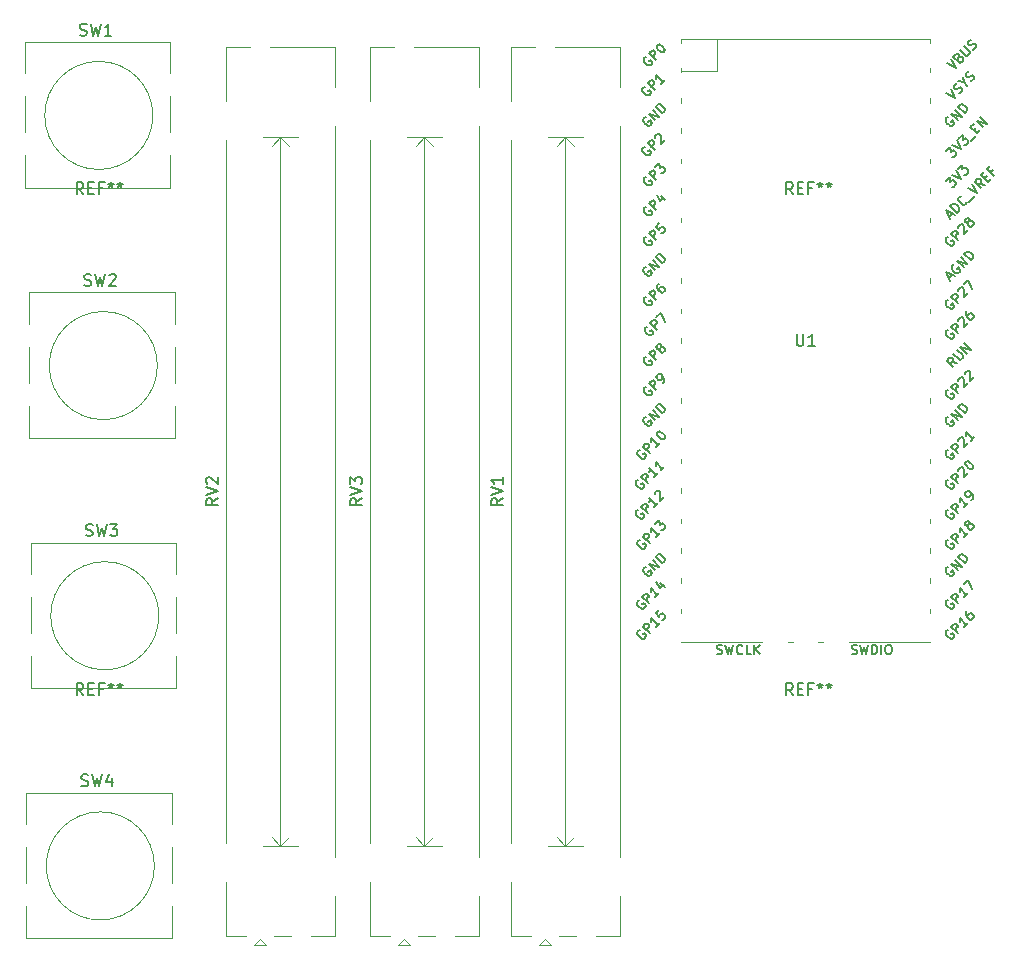
<source format=gto>
%TF.GenerationSoftware,KiCad,Pcbnew,(6.0.0)*%
%TF.CreationDate,2023-01-12T10:54:33-06:00*%
%TF.ProjectId,deej,6465656a-2e6b-4696-9361-645f70636258,rev?*%
%TF.SameCoordinates,Original*%
%TF.FileFunction,Legend,Top*%
%TF.FilePolarity,Positive*%
%FSLAX46Y46*%
G04 Gerber Fmt 4.6, Leading zero omitted, Abs format (unit mm)*
G04 Created by KiCad (PCBNEW (6.0.0)) date 2023-01-12 10:54:33*
%MOMM*%
%LPD*%
G01*
G04 APERTURE LIST*
%ADD10C,0.150000*%
%ADD11C,0.120000*%
%ADD12C,3.200000*%
%ADD13O,3.048000X1.850000*%
%ADD14R,1.750000X1.750000*%
%ADD15C,1.750000*%
%ADD16C,2.700000*%
%ADD17O,1.800000X1.800000*%
%ADD18O,1.500000X1.500000*%
%ADD19O,1.700000X1.700000*%
%ADD20R,3.500000X1.700000*%
%ADD21R,1.700000X1.700000*%
%ADD22R,1.700000X3.500000*%
G04 APERTURE END LIST*
D10*
%TO.C,REF\u002A\u002A*%
X153860666Y-93534380D02*
X153527333Y-93058190D01*
X153289238Y-93534380D02*
X153289238Y-92534380D01*
X153670190Y-92534380D01*
X153765428Y-92582000D01*
X153813047Y-92629619D01*
X153860666Y-92724857D01*
X153860666Y-92867714D01*
X153813047Y-92962952D01*
X153765428Y-93010571D01*
X153670190Y-93058190D01*
X153289238Y-93058190D01*
X154289238Y-93010571D02*
X154622571Y-93010571D01*
X154765428Y-93534380D02*
X154289238Y-93534380D01*
X154289238Y-92534380D01*
X154765428Y-92534380D01*
X155527333Y-93010571D02*
X155194000Y-93010571D01*
X155194000Y-93534380D02*
X155194000Y-92534380D01*
X155670190Y-92534380D01*
X156194000Y-92534380D02*
X156194000Y-92772476D01*
X155955904Y-92677238D02*
X156194000Y-92772476D01*
X156432095Y-92677238D01*
X156051142Y-92962952D02*
X156194000Y-92772476D01*
X156336857Y-92962952D01*
X156955904Y-92534380D02*
X156955904Y-92772476D01*
X156717809Y-92677238D02*
X156955904Y-92772476D01*
X157194000Y-92677238D01*
X156813047Y-92962952D02*
X156955904Y-92772476D01*
X157098761Y-92962952D01*
X153860666Y-51116380D02*
X153527333Y-50640190D01*
X153289238Y-51116380D02*
X153289238Y-50116380D01*
X153670190Y-50116380D01*
X153765428Y-50164000D01*
X153813047Y-50211619D01*
X153860666Y-50306857D01*
X153860666Y-50449714D01*
X153813047Y-50544952D01*
X153765428Y-50592571D01*
X153670190Y-50640190D01*
X153289238Y-50640190D01*
X154289238Y-50592571D02*
X154622571Y-50592571D01*
X154765428Y-51116380D02*
X154289238Y-51116380D01*
X154289238Y-50116380D01*
X154765428Y-50116380D01*
X155527333Y-50592571D02*
X155194000Y-50592571D01*
X155194000Y-51116380D02*
X155194000Y-50116380D01*
X155670190Y-50116380D01*
X156194000Y-50116380D02*
X156194000Y-50354476D01*
X155955904Y-50259238D02*
X156194000Y-50354476D01*
X156432095Y-50259238D01*
X156051142Y-50544952D02*
X156194000Y-50354476D01*
X156336857Y-50544952D01*
X156955904Y-50116380D02*
X156955904Y-50354476D01*
X156717809Y-50259238D02*
X156955904Y-50354476D01*
X157194000Y-50259238D01*
X156813047Y-50544952D02*
X156955904Y-50354476D01*
X157098761Y-50544952D01*
X93789666Y-93534380D02*
X93456333Y-93058190D01*
X93218238Y-93534380D02*
X93218238Y-92534380D01*
X93599190Y-92534380D01*
X93694428Y-92582000D01*
X93742047Y-92629619D01*
X93789666Y-92724857D01*
X93789666Y-92867714D01*
X93742047Y-92962952D01*
X93694428Y-93010571D01*
X93599190Y-93058190D01*
X93218238Y-93058190D01*
X94218238Y-93010571D02*
X94551571Y-93010571D01*
X94694428Y-93534380D02*
X94218238Y-93534380D01*
X94218238Y-92534380D01*
X94694428Y-92534380D01*
X95456333Y-93010571D02*
X95123000Y-93010571D01*
X95123000Y-93534380D02*
X95123000Y-92534380D01*
X95599190Y-92534380D01*
X96123000Y-92534380D02*
X96123000Y-92772476D01*
X95884904Y-92677238D02*
X96123000Y-92772476D01*
X96361095Y-92677238D01*
X95980142Y-92962952D02*
X96123000Y-92772476D01*
X96265857Y-92962952D01*
X96884904Y-92534380D02*
X96884904Y-92772476D01*
X96646809Y-92677238D02*
X96884904Y-92772476D01*
X97123000Y-92677238D01*
X96742047Y-92962952D02*
X96884904Y-92772476D01*
X97027761Y-92962952D01*
X93789666Y-51116380D02*
X93456333Y-50640190D01*
X93218238Y-51116380D02*
X93218238Y-50116380D01*
X93599190Y-50116380D01*
X93694428Y-50164000D01*
X93742047Y-50211619D01*
X93789666Y-50306857D01*
X93789666Y-50449714D01*
X93742047Y-50544952D01*
X93694428Y-50592571D01*
X93599190Y-50640190D01*
X93218238Y-50640190D01*
X94218238Y-50592571D02*
X94551571Y-50592571D01*
X94694428Y-51116380D02*
X94218238Y-51116380D01*
X94218238Y-50116380D01*
X94694428Y-50116380D01*
X95456333Y-50592571D02*
X95123000Y-50592571D01*
X95123000Y-51116380D02*
X95123000Y-50116380D01*
X95599190Y-50116380D01*
X96123000Y-50116380D02*
X96123000Y-50354476D01*
X95884904Y-50259238D02*
X96123000Y-50354476D01*
X96361095Y-50259238D01*
X95980142Y-50544952D02*
X96123000Y-50354476D01*
X96265857Y-50544952D01*
X96884904Y-50116380D02*
X96884904Y-50354476D01*
X96646809Y-50259238D02*
X96884904Y-50354476D01*
X97123000Y-50259238D01*
X96742047Y-50544952D02*
X96884904Y-50354476D01*
X97027761Y-50544952D01*
%TO.C,SW2*%
X93883666Y-58834761D02*
X94026523Y-58882380D01*
X94264619Y-58882380D01*
X94359857Y-58834761D01*
X94407476Y-58787142D01*
X94455095Y-58691904D01*
X94455095Y-58596666D01*
X94407476Y-58501428D01*
X94359857Y-58453809D01*
X94264619Y-58406190D01*
X94074142Y-58358571D01*
X93978904Y-58310952D01*
X93931285Y-58263333D01*
X93883666Y-58168095D01*
X93883666Y-58072857D01*
X93931285Y-57977619D01*
X93978904Y-57930000D01*
X94074142Y-57882380D01*
X94312238Y-57882380D01*
X94455095Y-57930000D01*
X94788428Y-57882380D02*
X95026523Y-58882380D01*
X95217000Y-58168095D01*
X95407476Y-58882380D01*
X95645571Y-57882380D01*
X95978904Y-57977619D02*
X96026523Y-57930000D01*
X96121761Y-57882380D01*
X96359857Y-57882380D01*
X96455095Y-57930000D01*
X96502714Y-57977619D01*
X96550333Y-58072857D01*
X96550333Y-58168095D01*
X96502714Y-58310952D01*
X95931285Y-58882380D01*
X96550333Y-58882380D01*
%TO.C,SW4*%
X93629666Y-101194761D02*
X93772523Y-101242380D01*
X94010619Y-101242380D01*
X94105857Y-101194761D01*
X94153476Y-101147142D01*
X94201095Y-101051904D01*
X94201095Y-100956666D01*
X94153476Y-100861428D01*
X94105857Y-100813809D01*
X94010619Y-100766190D01*
X93820142Y-100718571D01*
X93724904Y-100670952D01*
X93677285Y-100623333D01*
X93629666Y-100528095D01*
X93629666Y-100432857D01*
X93677285Y-100337619D01*
X93724904Y-100290000D01*
X93820142Y-100242380D01*
X94058238Y-100242380D01*
X94201095Y-100290000D01*
X94534428Y-100242380D02*
X94772523Y-101242380D01*
X94963000Y-100528095D01*
X95153476Y-101242380D01*
X95391571Y-100242380D01*
X96201095Y-100575714D02*
X96201095Y-101242380D01*
X95963000Y-100194761D02*
X95724904Y-100909047D01*
X96343952Y-100909047D01*
%TO.C,RV1*%
X129322380Y-76875238D02*
X128846190Y-77208571D01*
X129322380Y-77446666D02*
X128322380Y-77446666D01*
X128322380Y-77065714D01*
X128370000Y-76970476D01*
X128417619Y-76922857D01*
X128512857Y-76875238D01*
X128655714Y-76875238D01*
X128750952Y-76922857D01*
X128798571Y-76970476D01*
X128846190Y-77065714D01*
X128846190Y-77446666D01*
X128322380Y-76589523D02*
X129322380Y-76256190D01*
X128322380Y-75922857D01*
X129322380Y-75065714D02*
X129322380Y-75637142D01*
X129322380Y-75351428D02*
X128322380Y-75351428D01*
X128465238Y-75446666D01*
X128560476Y-75541904D01*
X128608095Y-75637142D01*
%TO.C,SW1*%
X93502666Y-37654761D02*
X93645523Y-37702380D01*
X93883619Y-37702380D01*
X93978857Y-37654761D01*
X94026476Y-37607142D01*
X94074095Y-37511904D01*
X94074095Y-37416666D01*
X94026476Y-37321428D01*
X93978857Y-37273809D01*
X93883619Y-37226190D01*
X93693142Y-37178571D01*
X93597904Y-37130952D01*
X93550285Y-37083333D01*
X93502666Y-36988095D01*
X93502666Y-36892857D01*
X93550285Y-36797619D01*
X93597904Y-36750000D01*
X93693142Y-36702380D01*
X93931238Y-36702380D01*
X94074095Y-36750000D01*
X94407428Y-36702380D02*
X94645523Y-37702380D01*
X94836000Y-36988095D01*
X95026476Y-37702380D01*
X95264571Y-36702380D01*
X96169333Y-37702380D02*
X95597904Y-37702380D01*
X95883619Y-37702380D02*
X95883619Y-36702380D01*
X95788380Y-36845238D01*
X95693142Y-36940476D01*
X95597904Y-36988095D01*
%TO.C,U1*%
X154178095Y-62952380D02*
X154178095Y-63761904D01*
X154225714Y-63857142D01*
X154273333Y-63904761D01*
X154368571Y-63952380D01*
X154559047Y-63952380D01*
X154654285Y-63904761D01*
X154701904Y-63857142D01*
X154749523Y-63761904D01*
X154749523Y-62952380D01*
X155749523Y-63952380D02*
X155178095Y-63952380D01*
X155463809Y-63952380D02*
X155463809Y-62952380D01*
X155368571Y-63095238D01*
X155273333Y-63190476D01*
X155178095Y-63238095D01*
X166860473Y-42569966D02*
X167614720Y-42947089D01*
X167237597Y-42192842D01*
X167937969Y-42569966D02*
X168045719Y-42516091D01*
X168180406Y-42381404D01*
X168207343Y-42300592D01*
X168207343Y-42246717D01*
X168180406Y-42165905D01*
X168126531Y-42112030D01*
X168045719Y-42085093D01*
X167991844Y-42085093D01*
X167911032Y-42112030D01*
X167776345Y-42192842D01*
X167695532Y-42219780D01*
X167641658Y-42219780D01*
X167560845Y-42192842D01*
X167506971Y-42138967D01*
X167480033Y-42058155D01*
X167480033Y-42004280D01*
X167506971Y-41923468D01*
X167641658Y-41788781D01*
X167749407Y-41734906D01*
X168368967Y-41654094D02*
X168638341Y-41923468D01*
X167884094Y-41546345D02*
X168368967Y-41654094D01*
X168261218Y-41169221D01*
X168961590Y-41546345D02*
X169069340Y-41492470D01*
X169204027Y-41357783D01*
X169230964Y-41276971D01*
X169230964Y-41223096D01*
X169204027Y-41142284D01*
X169150152Y-41088409D01*
X169069340Y-41061471D01*
X169015465Y-41061471D01*
X168934653Y-41088409D01*
X168799966Y-41169221D01*
X168719154Y-41196158D01*
X168665279Y-41196158D01*
X168584467Y-41169221D01*
X168530592Y-41115346D01*
X168503654Y-41034534D01*
X168503654Y-40980659D01*
X168530592Y-40899847D01*
X168665279Y-40765160D01*
X168773028Y-40711285D01*
X167037722Y-80400592D02*
X166956910Y-80427529D01*
X166876097Y-80508341D01*
X166822223Y-80616091D01*
X166822223Y-80723841D01*
X166849160Y-80804653D01*
X166929972Y-80939340D01*
X167010784Y-81020152D01*
X167145471Y-81100964D01*
X167226284Y-81127902D01*
X167334033Y-81127902D01*
X167441783Y-81074027D01*
X167495658Y-81020152D01*
X167549532Y-80912402D01*
X167549532Y-80858528D01*
X167360971Y-80669966D01*
X167253221Y-80777715D01*
X167845844Y-80669966D02*
X167280158Y-80104280D01*
X167495658Y-79888781D01*
X167576470Y-79861844D01*
X167630345Y-79861844D01*
X167711157Y-79888781D01*
X167791969Y-79969593D01*
X167818906Y-80050406D01*
X167818906Y-80104280D01*
X167791969Y-80185093D01*
X167576470Y-80400592D01*
X168707841Y-79807969D02*
X168384592Y-80131218D01*
X168546216Y-79969593D02*
X167980531Y-79403908D01*
X168007468Y-79538595D01*
X168007468Y-79646345D01*
X167980531Y-79727157D01*
X168707841Y-79161471D02*
X168627028Y-79188409D01*
X168573154Y-79188409D01*
X168492341Y-79161471D01*
X168465404Y-79134534D01*
X168438467Y-79053722D01*
X168438467Y-78999847D01*
X168465404Y-78919035D01*
X168573154Y-78811285D01*
X168653966Y-78784348D01*
X168707841Y-78784348D01*
X168788653Y-78811285D01*
X168815590Y-78838223D01*
X168842528Y-78919035D01*
X168842528Y-78972910D01*
X168815590Y-79053722D01*
X168707841Y-79161471D01*
X168680903Y-79242284D01*
X168680903Y-79296158D01*
X168707841Y-79376971D01*
X168815590Y-79484720D01*
X168896402Y-79511658D01*
X168950277Y-79511658D01*
X169031089Y-79484720D01*
X169138839Y-79376971D01*
X169165776Y-79296158D01*
X169165776Y-79242284D01*
X169138839Y-79161471D01*
X169031089Y-79053722D01*
X168950277Y-79026784D01*
X168896402Y-79026784D01*
X168815590Y-79053722D01*
X140783722Y-77860592D02*
X140702910Y-77887529D01*
X140622097Y-77968341D01*
X140568223Y-78076091D01*
X140568223Y-78183841D01*
X140595160Y-78264653D01*
X140675972Y-78399340D01*
X140756784Y-78480152D01*
X140891471Y-78560964D01*
X140972284Y-78587902D01*
X141080033Y-78587902D01*
X141187783Y-78534027D01*
X141241658Y-78480152D01*
X141295532Y-78372402D01*
X141295532Y-78318528D01*
X141106971Y-78129966D01*
X140999221Y-78237715D01*
X141591844Y-78129966D02*
X141026158Y-77564280D01*
X141241658Y-77348781D01*
X141322470Y-77321844D01*
X141376345Y-77321844D01*
X141457157Y-77348781D01*
X141537969Y-77429593D01*
X141564906Y-77510406D01*
X141564906Y-77564280D01*
X141537969Y-77645093D01*
X141322470Y-77860592D01*
X142453841Y-77267969D02*
X142130592Y-77591218D01*
X142292216Y-77429593D02*
X141726531Y-76863908D01*
X141753468Y-76998595D01*
X141753468Y-77106345D01*
X141726531Y-77187157D01*
X142157529Y-76540659D02*
X142157529Y-76486784D01*
X142184467Y-76405972D01*
X142319154Y-76271285D01*
X142399966Y-76244348D01*
X142453841Y-76244348D01*
X142534653Y-76271285D01*
X142588528Y-76325160D01*
X142642402Y-76432910D01*
X142642402Y-77079407D01*
X142992589Y-76729221D01*
X140883722Y-85480592D02*
X140802910Y-85507529D01*
X140722097Y-85588341D01*
X140668223Y-85696091D01*
X140668223Y-85803841D01*
X140695160Y-85884653D01*
X140775972Y-86019340D01*
X140856784Y-86100152D01*
X140991471Y-86180964D01*
X141072284Y-86207902D01*
X141180033Y-86207902D01*
X141287783Y-86154027D01*
X141341658Y-86100152D01*
X141395532Y-85992402D01*
X141395532Y-85938528D01*
X141206971Y-85749966D01*
X141099221Y-85857715D01*
X141691844Y-85749966D02*
X141126158Y-85184280D01*
X141341658Y-84968781D01*
X141422470Y-84941844D01*
X141476345Y-84941844D01*
X141557157Y-84968781D01*
X141637969Y-85049593D01*
X141664906Y-85130406D01*
X141664906Y-85184280D01*
X141637969Y-85265093D01*
X141422470Y-85480592D01*
X142553841Y-84887969D02*
X142230592Y-85211218D01*
X142392216Y-85049593D02*
X141826531Y-84483908D01*
X141853468Y-84618595D01*
X141853468Y-84726345D01*
X141826531Y-84807157D01*
X142661590Y-84025972D02*
X143038714Y-84403096D01*
X142311404Y-83945160D02*
X142580778Y-84483908D01*
X142930964Y-84133722D01*
X167037722Y-67700592D02*
X166956910Y-67727529D01*
X166876097Y-67808341D01*
X166822223Y-67916091D01*
X166822223Y-68023841D01*
X166849160Y-68104653D01*
X166929972Y-68239340D01*
X167010784Y-68320152D01*
X167145471Y-68400964D01*
X167226284Y-68427902D01*
X167334033Y-68427902D01*
X167441783Y-68374027D01*
X167495658Y-68320152D01*
X167549532Y-68212402D01*
X167549532Y-68158528D01*
X167360971Y-67969966D01*
X167253221Y-68077715D01*
X167845844Y-67969966D02*
X167280158Y-67404280D01*
X167495658Y-67188781D01*
X167576470Y-67161844D01*
X167630345Y-67161844D01*
X167711157Y-67188781D01*
X167791969Y-67269593D01*
X167818906Y-67350406D01*
X167818906Y-67404280D01*
X167791969Y-67485093D01*
X167576470Y-67700592D01*
X167872781Y-66919407D02*
X167872781Y-66865532D01*
X167899719Y-66784720D01*
X168034406Y-66650033D01*
X168115218Y-66623096D01*
X168169093Y-66623096D01*
X168249905Y-66650033D01*
X168303780Y-66703908D01*
X168357654Y-66811658D01*
X168357654Y-67458155D01*
X168707841Y-67107969D01*
X168411529Y-66380659D02*
X168411529Y-66326784D01*
X168438467Y-66245972D01*
X168573154Y-66111285D01*
X168653966Y-66084348D01*
X168707841Y-66084348D01*
X168788653Y-66111285D01*
X168842528Y-66165160D01*
X168896402Y-66272910D01*
X168896402Y-66919407D01*
X169246589Y-66569221D01*
X141453096Y-59811218D02*
X141372284Y-59838155D01*
X141291471Y-59918967D01*
X141237597Y-60026717D01*
X141237597Y-60134467D01*
X141264534Y-60215279D01*
X141345346Y-60349966D01*
X141426158Y-60430778D01*
X141560845Y-60511590D01*
X141641658Y-60538528D01*
X141749407Y-60538528D01*
X141857157Y-60484653D01*
X141911032Y-60430778D01*
X141964906Y-60323028D01*
X141964906Y-60269154D01*
X141776345Y-60080592D01*
X141668595Y-60188341D01*
X142261218Y-60080592D02*
X141695532Y-59514906D01*
X141911032Y-59299407D01*
X141991844Y-59272470D01*
X142045719Y-59272470D01*
X142126531Y-59299407D01*
X142207343Y-59380219D01*
X142234280Y-59461032D01*
X142234280Y-59514906D01*
X142207343Y-59595719D01*
X141991844Y-59811218D01*
X142503654Y-58706784D02*
X142395905Y-58814534D01*
X142368967Y-58895346D01*
X142368967Y-58949221D01*
X142395905Y-59083908D01*
X142476717Y-59218595D01*
X142692216Y-59434094D01*
X142773028Y-59461032D01*
X142826903Y-59461032D01*
X142907715Y-59434094D01*
X143015465Y-59326345D01*
X143042402Y-59245532D01*
X143042402Y-59191658D01*
X143015465Y-59110845D01*
X142880778Y-58976158D01*
X142799966Y-58949221D01*
X142746091Y-58949221D01*
X142665279Y-58976158D01*
X142557529Y-59083908D01*
X142530592Y-59164720D01*
X142530592Y-59218595D01*
X142557529Y-59299407D01*
X167037722Y-85480592D02*
X166956910Y-85507529D01*
X166876097Y-85588341D01*
X166822223Y-85696091D01*
X166822223Y-85803841D01*
X166849160Y-85884653D01*
X166929972Y-86019340D01*
X167010784Y-86100152D01*
X167145471Y-86180964D01*
X167226284Y-86207902D01*
X167334033Y-86207902D01*
X167441783Y-86154027D01*
X167495658Y-86100152D01*
X167549532Y-85992402D01*
X167549532Y-85938528D01*
X167360971Y-85749966D01*
X167253221Y-85857715D01*
X167845844Y-85749966D02*
X167280158Y-85184280D01*
X167495658Y-84968781D01*
X167576470Y-84941844D01*
X167630345Y-84941844D01*
X167711157Y-84968781D01*
X167791969Y-85049593D01*
X167818906Y-85130406D01*
X167818906Y-85184280D01*
X167791969Y-85265093D01*
X167576470Y-85480592D01*
X168707841Y-84887969D02*
X168384592Y-85211218D01*
X168546216Y-85049593D02*
X167980531Y-84483908D01*
X168007468Y-84618595D01*
X168007468Y-84726345D01*
X167980531Y-84807157D01*
X168330717Y-84133722D02*
X168707841Y-83756598D01*
X169031089Y-84564720D01*
X141453096Y-64891218D02*
X141372284Y-64918155D01*
X141291471Y-64998967D01*
X141237597Y-65106717D01*
X141237597Y-65214467D01*
X141264534Y-65295279D01*
X141345346Y-65429966D01*
X141426158Y-65510778D01*
X141560845Y-65591590D01*
X141641658Y-65618528D01*
X141749407Y-65618528D01*
X141857157Y-65564653D01*
X141911032Y-65510778D01*
X141964906Y-65403028D01*
X141964906Y-65349154D01*
X141776345Y-65160592D01*
X141668595Y-65268341D01*
X142261218Y-65160592D02*
X141695532Y-64594906D01*
X141911032Y-64379407D01*
X141991844Y-64352470D01*
X142045719Y-64352470D01*
X142126531Y-64379407D01*
X142207343Y-64460219D01*
X142234280Y-64541032D01*
X142234280Y-64594906D01*
X142207343Y-64675719D01*
X141991844Y-64891218D01*
X142584467Y-64190845D02*
X142503654Y-64217783D01*
X142449780Y-64217783D01*
X142368967Y-64190845D01*
X142342030Y-64163908D01*
X142315093Y-64083096D01*
X142315093Y-64029221D01*
X142342030Y-63948409D01*
X142449780Y-63840659D01*
X142530592Y-63813722D01*
X142584467Y-63813722D01*
X142665279Y-63840659D01*
X142692216Y-63867597D01*
X142719154Y-63948409D01*
X142719154Y-64002284D01*
X142692216Y-64083096D01*
X142584467Y-64190845D01*
X142557529Y-64271658D01*
X142557529Y-64325532D01*
X142584467Y-64406345D01*
X142692216Y-64514094D01*
X142773028Y-64541032D01*
X142826903Y-64541032D01*
X142907715Y-64514094D01*
X143015465Y-64406345D01*
X143042402Y-64325532D01*
X143042402Y-64271658D01*
X143015465Y-64190845D01*
X142907715Y-64083096D01*
X142826903Y-64056158D01*
X142773028Y-64056158D01*
X142692216Y-64083096D01*
X141453096Y-52191218D02*
X141372284Y-52218155D01*
X141291471Y-52298967D01*
X141237597Y-52406717D01*
X141237597Y-52514467D01*
X141264534Y-52595279D01*
X141345346Y-52729966D01*
X141426158Y-52810778D01*
X141560845Y-52891590D01*
X141641658Y-52918528D01*
X141749407Y-52918528D01*
X141857157Y-52864653D01*
X141911032Y-52810778D01*
X141964906Y-52703028D01*
X141964906Y-52649154D01*
X141776345Y-52460592D01*
X141668595Y-52568341D01*
X142261218Y-52460592D02*
X141695532Y-51894906D01*
X141911032Y-51679407D01*
X141991844Y-51652470D01*
X142045719Y-51652470D01*
X142126531Y-51679407D01*
X142207343Y-51760219D01*
X142234280Y-51841032D01*
X142234280Y-51894906D01*
X142207343Y-51975719D01*
X141991844Y-52191218D01*
X142692216Y-51275346D02*
X143069340Y-51652470D01*
X142342030Y-51194534D02*
X142611404Y-51733282D01*
X142961590Y-51383096D01*
X147430476Y-90023809D02*
X147544761Y-90061904D01*
X147735238Y-90061904D01*
X147811428Y-90023809D01*
X147849523Y-89985714D01*
X147887619Y-89909523D01*
X147887619Y-89833333D01*
X147849523Y-89757142D01*
X147811428Y-89719047D01*
X147735238Y-89680952D01*
X147582857Y-89642857D01*
X147506666Y-89604761D01*
X147468571Y-89566666D01*
X147430476Y-89490476D01*
X147430476Y-89414285D01*
X147468571Y-89338095D01*
X147506666Y-89300000D01*
X147582857Y-89261904D01*
X147773333Y-89261904D01*
X147887619Y-89300000D01*
X148154285Y-89261904D02*
X148344761Y-90061904D01*
X148497142Y-89490476D01*
X148649523Y-90061904D01*
X148840000Y-89261904D01*
X149601904Y-89985714D02*
X149563809Y-90023809D01*
X149449523Y-90061904D01*
X149373333Y-90061904D01*
X149259047Y-90023809D01*
X149182857Y-89947619D01*
X149144761Y-89871428D01*
X149106666Y-89719047D01*
X149106666Y-89604761D01*
X149144761Y-89452380D01*
X149182857Y-89376190D01*
X149259047Y-89300000D01*
X149373333Y-89261904D01*
X149449523Y-89261904D01*
X149563809Y-89300000D01*
X149601904Y-89338095D01*
X150325714Y-90061904D02*
X149944761Y-90061904D01*
X149944761Y-89261904D01*
X150592380Y-90061904D02*
X150592380Y-89261904D01*
X151049523Y-90061904D02*
X150706666Y-89604761D01*
X151049523Y-89261904D02*
X150592380Y-89719047D01*
X140783722Y-75320592D02*
X140702910Y-75347529D01*
X140622097Y-75428341D01*
X140568223Y-75536091D01*
X140568223Y-75643841D01*
X140595160Y-75724653D01*
X140675972Y-75859340D01*
X140756784Y-75940152D01*
X140891471Y-76020964D01*
X140972284Y-76047902D01*
X141080033Y-76047902D01*
X141187783Y-75994027D01*
X141241658Y-75940152D01*
X141295532Y-75832402D01*
X141295532Y-75778528D01*
X141106971Y-75589966D01*
X140999221Y-75697715D01*
X141591844Y-75589966D02*
X141026158Y-75024280D01*
X141241658Y-74808781D01*
X141322470Y-74781844D01*
X141376345Y-74781844D01*
X141457157Y-74808781D01*
X141537969Y-74889593D01*
X141564906Y-74970406D01*
X141564906Y-75024280D01*
X141537969Y-75105093D01*
X141322470Y-75320592D01*
X142453841Y-74727969D02*
X142130592Y-75051218D01*
X142292216Y-74889593D02*
X141726531Y-74323908D01*
X141753468Y-74458595D01*
X141753468Y-74566345D01*
X141726531Y-74647157D01*
X142992589Y-74189221D02*
X142669340Y-74512470D01*
X142830964Y-74350845D02*
X142265279Y-73785160D01*
X142292216Y-73919847D01*
X142292216Y-74027597D01*
X142265279Y-74108409D01*
X166862131Y-47458308D02*
X167212317Y-47108122D01*
X167239255Y-47512183D01*
X167320067Y-47431370D01*
X167400879Y-47404433D01*
X167454754Y-47404433D01*
X167535566Y-47431370D01*
X167670253Y-47566057D01*
X167697190Y-47646870D01*
X167697190Y-47700744D01*
X167670253Y-47781557D01*
X167508629Y-47943181D01*
X167427816Y-47970118D01*
X167373942Y-47970118D01*
X167373942Y-46946497D02*
X168128189Y-47323621D01*
X167751065Y-46569374D01*
X167885752Y-46434687D02*
X168235938Y-46084500D01*
X168262876Y-46488561D01*
X168343688Y-46407749D01*
X168424500Y-46380812D01*
X168478375Y-46380812D01*
X168559187Y-46407749D01*
X168693874Y-46542436D01*
X168720812Y-46623248D01*
X168720812Y-46677123D01*
X168693874Y-46757935D01*
X168532250Y-46919560D01*
X168451438Y-46946497D01*
X168397563Y-46946497D01*
X168963248Y-46596311D02*
X169394247Y-46165312D01*
X169178748Y-45680439D02*
X169367309Y-45491877D01*
X169744433Y-45707377D02*
X169475059Y-45976751D01*
X168909374Y-45411065D01*
X169178748Y-45141691D01*
X169986870Y-45464940D02*
X169421184Y-44899255D01*
X170310118Y-45141691D01*
X169744433Y-44576006D01*
X141426158Y-82698155D02*
X141345346Y-82725093D01*
X141264534Y-82805905D01*
X141210659Y-82913654D01*
X141210659Y-83021404D01*
X141237597Y-83102216D01*
X141318409Y-83236903D01*
X141399221Y-83317715D01*
X141533908Y-83398528D01*
X141614720Y-83425465D01*
X141722470Y-83425465D01*
X141830219Y-83371590D01*
X141884094Y-83317715D01*
X141937969Y-83209966D01*
X141937969Y-83156091D01*
X141749407Y-82967529D01*
X141641658Y-83075279D01*
X142234280Y-82967529D02*
X141668595Y-82401844D01*
X142557529Y-82644280D01*
X141991844Y-82078595D01*
X142826903Y-82374906D02*
X142261218Y-81809221D01*
X142395905Y-81674534D01*
X142503654Y-81620659D01*
X142611404Y-81620659D01*
X142692216Y-81647597D01*
X142826903Y-81728409D01*
X142907715Y-81809221D01*
X142988528Y-81943908D01*
X143015465Y-82024720D01*
X143015465Y-82132470D01*
X142961590Y-82240219D01*
X142826903Y-82374906D01*
X141426158Y-44598155D02*
X141345346Y-44625093D01*
X141264534Y-44705905D01*
X141210659Y-44813654D01*
X141210659Y-44921404D01*
X141237597Y-45002216D01*
X141318409Y-45136903D01*
X141399221Y-45217715D01*
X141533908Y-45298528D01*
X141614720Y-45325465D01*
X141722470Y-45325465D01*
X141830219Y-45271590D01*
X141884094Y-45217715D01*
X141937969Y-45109966D01*
X141937969Y-45056091D01*
X141749407Y-44867529D01*
X141641658Y-44975279D01*
X142234280Y-44867529D02*
X141668595Y-44301844D01*
X142557529Y-44544280D01*
X141991844Y-43978595D01*
X142826903Y-44274906D02*
X142261218Y-43709221D01*
X142395905Y-43574534D01*
X142503654Y-43520659D01*
X142611404Y-43520659D01*
X142692216Y-43547597D01*
X142826903Y-43628409D01*
X142907715Y-43709221D01*
X142988528Y-43843908D01*
X143015465Y-43924720D01*
X143015465Y-44032470D01*
X142961590Y-44140219D01*
X142826903Y-44274906D01*
X141453096Y-67431218D02*
X141372284Y-67458155D01*
X141291471Y-67538967D01*
X141237597Y-67646717D01*
X141237597Y-67754467D01*
X141264534Y-67835279D01*
X141345346Y-67969966D01*
X141426158Y-68050778D01*
X141560845Y-68131590D01*
X141641658Y-68158528D01*
X141749407Y-68158528D01*
X141857157Y-68104653D01*
X141911032Y-68050778D01*
X141964906Y-67943028D01*
X141964906Y-67889154D01*
X141776345Y-67700592D01*
X141668595Y-67808341D01*
X142261218Y-67700592D02*
X141695532Y-67134906D01*
X141911032Y-66919407D01*
X141991844Y-66892470D01*
X142045719Y-66892470D01*
X142126531Y-66919407D01*
X142207343Y-67000219D01*
X142234280Y-67081032D01*
X142234280Y-67134906D01*
X142207343Y-67215719D01*
X141991844Y-67431218D01*
X142853841Y-67107969D02*
X142961590Y-67000219D01*
X142988528Y-66919407D01*
X142988528Y-66865532D01*
X142961590Y-66730845D01*
X142880778Y-66596158D01*
X142665279Y-66380659D01*
X142584467Y-66353722D01*
X142530592Y-66353722D01*
X142449780Y-66380659D01*
X142342030Y-66488409D01*
X142315093Y-66569221D01*
X142315093Y-66623096D01*
X142342030Y-66703908D01*
X142476717Y-66838595D01*
X142557529Y-66865532D01*
X142611404Y-66865532D01*
X142692216Y-66838595D01*
X142799966Y-66730845D01*
X142826903Y-66650033D01*
X142826903Y-66596158D01*
X142799966Y-66515346D01*
X140929722Y-72780592D02*
X140848910Y-72807529D01*
X140768097Y-72888341D01*
X140714223Y-72996091D01*
X140714223Y-73103841D01*
X140741160Y-73184653D01*
X140821972Y-73319340D01*
X140902784Y-73400152D01*
X141037471Y-73480964D01*
X141118284Y-73507902D01*
X141226033Y-73507902D01*
X141333783Y-73454027D01*
X141387658Y-73400152D01*
X141441532Y-73292402D01*
X141441532Y-73238528D01*
X141252971Y-73049966D01*
X141145221Y-73157715D01*
X141737844Y-73049966D02*
X141172158Y-72484280D01*
X141387658Y-72268781D01*
X141468470Y-72241844D01*
X141522345Y-72241844D01*
X141603157Y-72268781D01*
X141683969Y-72349593D01*
X141710906Y-72430406D01*
X141710906Y-72484280D01*
X141683969Y-72565093D01*
X141468470Y-72780592D01*
X142599841Y-72187969D02*
X142276592Y-72511218D01*
X142438216Y-72349593D02*
X141872531Y-71783908D01*
X141899468Y-71918595D01*
X141899468Y-72026345D01*
X141872531Y-72107157D01*
X142384341Y-71272097D02*
X142438216Y-71218223D01*
X142519028Y-71191285D01*
X142572903Y-71191285D01*
X142653715Y-71218223D01*
X142788402Y-71299035D01*
X142923089Y-71433722D01*
X143003902Y-71568409D01*
X143030839Y-71649221D01*
X143030839Y-71703096D01*
X143003902Y-71783908D01*
X142950027Y-71837783D01*
X142869215Y-71864720D01*
X142815340Y-71864720D01*
X142734528Y-71837783D01*
X142599841Y-71756971D01*
X142465154Y-71622284D01*
X142384341Y-71487597D01*
X142357404Y-71406784D01*
X142357404Y-71352910D01*
X142384341Y-71272097D01*
X141553096Y-62321218D02*
X141472284Y-62348155D01*
X141391471Y-62428967D01*
X141337597Y-62536717D01*
X141337597Y-62644467D01*
X141364534Y-62725279D01*
X141445346Y-62859966D01*
X141526158Y-62940778D01*
X141660845Y-63021590D01*
X141741658Y-63048528D01*
X141849407Y-63048528D01*
X141957157Y-62994653D01*
X142011032Y-62940778D01*
X142064906Y-62833028D01*
X142064906Y-62779154D01*
X141876345Y-62590592D01*
X141768595Y-62698341D01*
X142361218Y-62590592D02*
X141795532Y-62024906D01*
X142011032Y-61809407D01*
X142091844Y-61782470D01*
X142145719Y-61782470D01*
X142226531Y-61809407D01*
X142307343Y-61890219D01*
X142334280Y-61971032D01*
X142334280Y-62024906D01*
X142307343Y-62105719D01*
X142091844Y-62321218D01*
X142307343Y-61513096D02*
X142684467Y-61135972D01*
X143007715Y-61944094D01*
X141426158Y-57298155D02*
X141345346Y-57325093D01*
X141264534Y-57405905D01*
X141210659Y-57513654D01*
X141210659Y-57621404D01*
X141237597Y-57702216D01*
X141318409Y-57836903D01*
X141399221Y-57917715D01*
X141533908Y-57998528D01*
X141614720Y-58025465D01*
X141722470Y-58025465D01*
X141830219Y-57971590D01*
X141884094Y-57917715D01*
X141937969Y-57809966D01*
X141937969Y-57756091D01*
X141749407Y-57567529D01*
X141641658Y-57675279D01*
X142234280Y-57567529D02*
X141668595Y-57001844D01*
X142557529Y-57244280D01*
X141991844Y-56678595D01*
X142826903Y-56974906D02*
X142261218Y-56409221D01*
X142395905Y-56274534D01*
X142503654Y-56220659D01*
X142611404Y-56220659D01*
X142692216Y-56247597D01*
X142826903Y-56328409D01*
X142907715Y-56409221D01*
X142988528Y-56543908D01*
X143015465Y-56624720D01*
X143015465Y-56732470D01*
X142961590Y-56840219D01*
X142826903Y-56974906D01*
X158844761Y-90023809D02*
X158959047Y-90061904D01*
X159149523Y-90061904D01*
X159225714Y-90023809D01*
X159263809Y-89985714D01*
X159301904Y-89909523D01*
X159301904Y-89833333D01*
X159263809Y-89757142D01*
X159225714Y-89719047D01*
X159149523Y-89680952D01*
X158997142Y-89642857D01*
X158920952Y-89604761D01*
X158882857Y-89566666D01*
X158844761Y-89490476D01*
X158844761Y-89414285D01*
X158882857Y-89338095D01*
X158920952Y-89300000D01*
X158997142Y-89261904D01*
X159187619Y-89261904D01*
X159301904Y-89300000D01*
X159568571Y-89261904D02*
X159759047Y-90061904D01*
X159911428Y-89490476D01*
X160063809Y-90061904D01*
X160254285Y-89261904D01*
X160559047Y-90061904D02*
X160559047Y-89261904D01*
X160749523Y-89261904D01*
X160863809Y-89300000D01*
X160940000Y-89376190D01*
X160978095Y-89452380D01*
X161016190Y-89604761D01*
X161016190Y-89719047D01*
X160978095Y-89871428D01*
X160940000Y-89947619D01*
X160863809Y-90023809D01*
X160749523Y-90061904D01*
X160559047Y-90061904D01*
X161359047Y-90061904D02*
X161359047Y-89261904D01*
X161892380Y-89261904D02*
X162044761Y-89261904D01*
X162120952Y-89300000D01*
X162197142Y-89376190D01*
X162235238Y-89528571D01*
X162235238Y-89795238D01*
X162197142Y-89947619D01*
X162120952Y-90023809D01*
X162044761Y-90061904D01*
X161892380Y-90061904D01*
X161816190Y-90023809D01*
X161740000Y-89947619D01*
X161701904Y-89795238D01*
X161701904Y-89528571D01*
X161740000Y-89376190D01*
X161816190Y-89300000D01*
X161892380Y-89261904D01*
X167778375Y-65443435D02*
X167320439Y-65362622D01*
X167455126Y-65766683D02*
X166889441Y-65200998D01*
X167104940Y-64985499D01*
X167185752Y-64958561D01*
X167239627Y-64958561D01*
X167320439Y-64985499D01*
X167401251Y-65066311D01*
X167428189Y-65147123D01*
X167428189Y-65200998D01*
X167401251Y-65281810D01*
X167185752Y-65497309D01*
X167455126Y-64635312D02*
X167913062Y-65093248D01*
X167993874Y-65120186D01*
X168047749Y-65120186D01*
X168128561Y-65093248D01*
X168236311Y-64985499D01*
X168263248Y-64904687D01*
X168263248Y-64850812D01*
X168236311Y-64769999D01*
X167778375Y-64312064D01*
X168613435Y-64608375D02*
X168047749Y-64042690D01*
X168936683Y-64285126D01*
X168370998Y-63719441D01*
X167037722Y-72790592D02*
X166956910Y-72817529D01*
X166876097Y-72898341D01*
X166822223Y-73006091D01*
X166822223Y-73113841D01*
X166849160Y-73194653D01*
X166929972Y-73329340D01*
X167010784Y-73410152D01*
X167145471Y-73490964D01*
X167226284Y-73517902D01*
X167334033Y-73517902D01*
X167441783Y-73464027D01*
X167495658Y-73410152D01*
X167549532Y-73302402D01*
X167549532Y-73248528D01*
X167360971Y-73059966D01*
X167253221Y-73167715D01*
X167845844Y-73059966D02*
X167280158Y-72494280D01*
X167495658Y-72278781D01*
X167576470Y-72251844D01*
X167630345Y-72251844D01*
X167711157Y-72278781D01*
X167791969Y-72359593D01*
X167818906Y-72440406D01*
X167818906Y-72494280D01*
X167791969Y-72575093D01*
X167576470Y-72790592D01*
X167872781Y-72009407D02*
X167872781Y-71955532D01*
X167899719Y-71874720D01*
X168034406Y-71740033D01*
X168115218Y-71713096D01*
X168169093Y-71713096D01*
X168249905Y-71740033D01*
X168303780Y-71793908D01*
X168357654Y-71901658D01*
X168357654Y-72548155D01*
X168707841Y-72197969D01*
X169246589Y-71659221D02*
X168923340Y-71982470D01*
X169084964Y-71820845D02*
X168519279Y-71255160D01*
X168546216Y-71389847D01*
X168546216Y-71497597D01*
X168519279Y-71578409D01*
X166829847Y-49990592D02*
X167180033Y-49640406D01*
X167206971Y-50044467D01*
X167287783Y-49963654D01*
X167368595Y-49936717D01*
X167422470Y-49936717D01*
X167503282Y-49963654D01*
X167637969Y-50098341D01*
X167664906Y-50179154D01*
X167664906Y-50233028D01*
X167637969Y-50313841D01*
X167476345Y-50475465D01*
X167395532Y-50502402D01*
X167341658Y-50502402D01*
X167341658Y-49478781D02*
X168095905Y-49855905D01*
X167718781Y-49101658D01*
X167853468Y-48966971D02*
X168203654Y-48616784D01*
X168230592Y-49020845D01*
X168311404Y-48940033D01*
X168392216Y-48913096D01*
X168446091Y-48913096D01*
X168526903Y-48940033D01*
X168661590Y-49074720D01*
X168688528Y-49155532D01*
X168688528Y-49209407D01*
X168661590Y-49290219D01*
X168499966Y-49451844D01*
X168419154Y-49478781D01*
X168365279Y-49478781D01*
X167037722Y-54746592D02*
X166956910Y-54773529D01*
X166876097Y-54854341D01*
X166822223Y-54962091D01*
X166822223Y-55069841D01*
X166849160Y-55150653D01*
X166929972Y-55285340D01*
X167010784Y-55366152D01*
X167145471Y-55446964D01*
X167226284Y-55473902D01*
X167334033Y-55473902D01*
X167441783Y-55420027D01*
X167495658Y-55366152D01*
X167549532Y-55258402D01*
X167549532Y-55204528D01*
X167360971Y-55015966D01*
X167253221Y-55123715D01*
X167845844Y-55015966D02*
X167280158Y-54450280D01*
X167495658Y-54234781D01*
X167576470Y-54207844D01*
X167630345Y-54207844D01*
X167711157Y-54234781D01*
X167791969Y-54315593D01*
X167818906Y-54396406D01*
X167818906Y-54450280D01*
X167791969Y-54531093D01*
X167576470Y-54746592D01*
X167872781Y-53965407D02*
X167872781Y-53911532D01*
X167899719Y-53830720D01*
X168034406Y-53696033D01*
X168115218Y-53669096D01*
X168169093Y-53669096D01*
X168249905Y-53696033D01*
X168303780Y-53749908D01*
X168357654Y-53857658D01*
X168357654Y-54504155D01*
X168707841Y-54153969D01*
X168707841Y-53507471D02*
X168627028Y-53534409D01*
X168573154Y-53534409D01*
X168492341Y-53507471D01*
X168465404Y-53480534D01*
X168438467Y-53399722D01*
X168438467Y-53345847D01*
X168465404Y-53265035D01*
X168573154Y-53157285D01*
X168653966Y-53130348D01*
X168707841Y-53130348D01*
X168788653Y-53157285D01*
X168815590Y-53184223D01*
X168842528Y-53265035D01*
X168842528Y-53318910D01*
X168815590Y-53399722D01*
X168707841Y-53507471D01*
X168680903Y-53588284D01*
X168680903Y-53642158D01*
X168707841Y-53722971D01*
X168815590Y-53830720D01*
X168896402Y-53857658D01*
X168950277Y-53857658D01*
X169031089Y-53830720D01*
X169138839Y-53722971D01*
X169165776Y-53642158D01*
X169165776Y-53588284D01*
X169138839Y-53507471D01*
X169031089Y-53399722D01*
X168950277Y-53372784D01*
X168896402Y-53372784D01*
X168815590Y-53399722D01*
X141353096Y-42021218D02*
X141272284Y-42048155D01*
X141191471Y-42128967D01*
X141137597Y-42236717D01*
X141137597Y-42344467D01*
X141164534Y-42425279D01*
X141245346Y-42559966D01*
X141326158Y-42640778D01*
X141460845Y-42721590D01*
X141541658Y-42748528D01*
X141649407Y-42748528D01*
X141757157Y-42694653D01*
X141811032Y-42640778D01*
X141864906Y-42533028D01*
X141864906Y-42479154D01*
X141676345Y-42290592D01*
X141568595Y-42398341D01*
X142161218Y-42290592D02*
X141595532Y-41724906D01*
X141811032Y-41509407D01*
X141891844Y-41482470D01*
X141945719Y-41482470D01*
X142026531Y-41509407D01*
X142107343Y-41590219D01*
X142134280Y-41671032D01*
X142134280Y-41724906D01*
X142107343Y-41805719D01*
X141891844Y-42021218D01*
X143023215Y-41428595D02*
X142699966Y-41751844D01*
X142861590Y-41590219D02*
X142295905Y-41024534D01*
X142322842Y-41159221D01*
X142322842Y-41266971D01*
X142295905Y-41347783D01*
X141426158Y-69998155D02*
X141345346Y-70025093D01*
X141264534Y-70105905D01*
X141210659Y-70213654D01*
X141210659Y-70321404D01*
X141237597Y-70402216D01*
X141318409Y-70536903D01*
X141399221Y-70617715D01*
X141533908Y-70698528D01*
X141614720Y-70725465D01*
X141722470Y-70725465D01*
X141830219Y-70671590D01*
X141884094Y-70617715D01*
X141937969Y-70509966D01*
X141937969Y-70456091D01*
X141749407Y-70267529D01*
X141641658Y-70375279D01*
X142234280Y-70267529D02*
X141668595Y-69701844D01*
X142557529Y-69944280D01*
X141991844Y-69378595D01*
X142826903Y-69674906D02*
X142261218Y-69109221D01*
X142395905Y-68974534D01*
X142503654Y-68920659D01*
X142611404Y-68920659D01*
X142692216Y-68947597D01*
X142826903Y-69028409D01*
X142907715Y-69109221D01*
X142988528Y-69243908D01*
X143015465Y-69324720D01*
X143015465Y-69432470D01*
X142961590Y-69540219D01*
X142826903Y-69674906D01*
X167037722Y-77860592D02*
X166956910Y-77887529D01*
X166876097Y-77968341D01*
X166822223Y-78076091D01*
X166822223Y-78183841D01*
X166849160Y-78264653D01*
X166929972Y-78399340D01*
X167010784Y-78480152D01*
X167145471Y-78560964D01*
X167226284Y-78587902D01*
X167334033Y-78587902D01*
X167441783Y-78534027D01*
X167495658Y-78480152D01*
X167549532Y-78372402D01*
X167549532Y-78318528D01*
X167360971Y-78129966D01*
X167253221Y-78237715D01*
X167845844Y-78129966D02*
X167280158Y-77564280D01*
X167495658Y-77348781D01*
X167576470Y-77321844D01*
X167630345Y-77321844D01*
X167711157Y-77348781D01*
X167791969Y-77429593D01*
X167818906Y-77510406D01*
X167818906Y-77564280D01*
X167791969Y-77645093D01*
X167576470Y-77860592D01*
X168707841Y-77267969D02*
X168384592Y-77591218D01*
X168546216Y-77429593D02*
X167980531Y-76863908D01*
X168007468Y-76998595D01*
X168007468Y-77106345D01*
X167980531Y-77187157D01*
X168977215Y-76998595D02*
X169084964Y-76890845D01*
X169111902Y-76810033D01*
X169111902Y-76756158D01*
X169084964Y-76621471D01*
X169004152Y-76486784D01*
X168788653Y-76271285D01*
X168707841Y-76244348D01*
X168653966Y-76244348D01*
X168573154Y-76271285D01*
X168465404Y-76379035D01*
X168438467Y-76459847D01*
X168438467Y-76513722D01*
X168465404Y-76594534D01*
X168600091Y-76729221D01*
X168680903Y-76756158D01*
X168734778Y-76756158D01*
X168815590Y-76729221D01*
X168923340Y-76621471D01*
X168950277Y-76540659D01*
X168950277Y-76486784D01*
X168923340Y-76405972D01*
X167026158Y-82698155D02*
X166945346Y-82725093D01*
X166864534Y-82805905D01*
X166810659Y-82913654D01*
X166810659Y-83021404D01*
X166837597Y-83102216D01*
X166918409Y-83236903D01*
X166999221Y-83317715D01*
X167133908Y-83398528D01*
X167214720Y-83425465D01*
X167322470Y-83425465D01*
X167430219Y-83371590D01*
X167484094Y-83317715D01*
X167537969Y-83209966D01*
X167537969Y-83156091D01*
X167349407Y-82967529D01*
X167241658Y-83075279D01*
X167834280Y-82967529D02*
X167268595Y-82401844D01*
X168157529Y-82644280D01*
X167591844Y-82078595D01*
X168426903Y-82374906D02*
X167861218Y-81809221D01*
X167995905Y-81674534D01*
X168103654Y-81620659D01*
X168211404Y-81620659D01*
X168292216Y-81647597D01*
X168426903Y-81728409D01*
X168507715Y-81809221D01*
X168588528Y-81943908D01*
X168615465Y-82024720D01*
X168615465Y-82132470D01*
X168561590Y-82240219D01*
X168426903Y-82374906D01*
X141353096Y-47111218D02*
X141272284Y-47138155D01*
X141191471Y-47218967D01*
X141137597Y-47326717D01*
X141137597Y-47434467D01*
X141164534Y-47515279D01*
X141245346Y-47649966D01*
X141326158Y-47730778D01*
X141460845Y-47811590D01*
X141541658Y-47838528D01*
X141649407Y-47838528D01*
X141757157Y-47784653D01*
X141811032Y-47730778D01*
X141864906Y-47623028D01*
X141864906Y-47569154D01*
X141676345Y-47380592D01*
X141568595Y-47488341D01*
X142161218Y-47380592D02*
X141595532Y-46814906D01*
X141811032Y-46599407D01*
X141891844Y-46572470D01*
X141945719Y-46572470D01*
X142026531Y-46599407D01*
X142107343Y-46680219D01*
X142134280Y-46761032D01*
X142134280Y-46814906D01*
X142107343Y-46895719D01*
X141891844Y-47111218D01*
X142188155Y-46330033D02*
X142188155Y-46276158D01*
X142215093Y-46195346D01*
X142349780Y-46060659D01*
X142430592Y-46033722D01*
X142484467Y-46033722D01*
X142565279Y-46060659D01*
X142619154Y-46114534D01*
X142673028Y-46222284D01*
X142673028Y-46868781D01*
X143023215Y-46518595D01*
X167037722Y-60090592D02*
X166956910Y-60117529D01*
X166876097Y-60198341D01*
X166822223Y-60306091D01*
X166822223Y-60413841D01*
X166849160Y-60494653D01*
X166929972Y-60629340D01*
X167010784Y-60710152D01*
X167145471Y-60790964D01*
X167226284Y-60817902D01*
X167334033Y-60817902D01*
X167441783Y-60764027D01*
X167495658Y-60710152D01*
X167549532Y-60602402D01*
X167549532Y-60548528D01*
X167360971Y-60359966D01*
X167253221Y-60467715D01*
X167845844Y-60359966D02*
X167280158Y-59794280D01*
X167495658Y-59578781D01*
X167576470Y-59551844D01*
X167630345Y-59551844D01*
X167711157Y-59578781D01*
X167791969Y-59659593D01*
X167818906Y-59740406D01*
X167818906Y-59794280D01*
X167791969Y-59875093D01*
X167576470Y-60090592D01*
X167872781Y-59309407D02*
X167872781Y-59255532D01*
X167899719Y-59174720D01*
X168034406Y-59040033D01*
X168115218Y-59013096D01*
X168169093Y-59013096D01*
X168249905Y-59040033D01*
X168303780Y-59093908D01*
X168357654Y-59201658D01*
X168357654Y-59848155D01*
X168707841Y-59497969D01*
X168330717Y-58743722D02*
X168707841Y-58366598D01*
X169031089Y-59174720D01*
X167026158Y-44598155D02*
X166945346Y-44625093D01*
X166864534Y-44705905D01*
X166810659Y-44813654D01*
X166810659Y-44921404D01*
X166837597Y-45002216D01*
X166918409Y-45136903D01*
X166999221Y-45217715D01*
X167133908Y-45298528D01*
X167214720Y-45325465D01*
X167322470Y-45325465D01*
X167430219Y-45271590D01*
X167484094Y-45217715D01*
X167537969Y-45109966D01*
X167537969Y-45056091D01*
X167349407Y-44867529D01*
X167241658Y-44975279D01*
X167834280Y-44867529D02*
X167268595Y-44301844D01*
X168157529Y-44544280D01*
X167591844Y-43978595D01*
X168426903Y-44274906D02*
X167861218Y-43709221D01*
X167995905Y-43574534D01*
X168103654Y-43520659D01*
X168211404Y-43520659D01*
X168292216Y-43547597D01*
X168426903Y-43628409D01*
X168507715Y-43709221D01*
X168588528Y-43843908D01*
X168615465Y-43924720D01*
X168615465Y-44032470D01*
X168561590Y-44140219D01*
X168426903Y-44274906D01*
X141453096Y-49651218D02*
X141372284Y-49678155D01*
X141291471Y-49758967D01*
X141237597Y-49866717D01*
X141237597Y-49974467D01*
X141264534Y-50055279D01*
X141345346Y-50189966D01*
X141426158Y-50270778D01*
X141560845Y-50351590D01*
X141641658Y-50378528D01*
X141749407Y-50378528D01*
X141857157Y-50324653D01*
X141911032Y-50270778D01*
X141964906Y-50163028D01*
X141964906Y-50109154D01*
X141776345Y-49920592D01*
X141668595Y-50028341D01*
X142261218Y-49920592D02*
X141695532Y-49354906D01*
X141911032Y-49139407D01*
X141991844Y-49112470D01*
X142045719Y-49112470D01*
X142126531Y-49139407D01*
X142207343Y-49220219D01*
X142234280Y-49301032D01*
X142234280Y-49354906D01*
X142207343Y-49435719D01*
X141991844Y-49651218D01*
X142207343Y-48843096D02*
X142557529Y-48492910D01*
X142584467Y-48896971D01*
X142665279Y-48816158D01*
X142746091Y-48789221D01*
X142799966Y-48789221D01*
X142880778Y-48816158D01*
X143015465Y-48950845D01*
X143042402Y-49031658D01*
X143042402Y-49085532D01*
X143015465Y-49166345D01*
X142853841Y-49327969D01*
X142773028Y-49354906D01*
X142719154Y-49354906D01*
X140929722Y-88020592D02*
X140848910Y-88047529D01*
X140768097Y-88128341D01*
X140714223Y-88236091D01*
X140714223Y-88343841D01*
X140741160Y-88424653D01*
X140821972Y-88559340D01*
X140902784Y-88640152D01*
X141037471Y-88720964D01*
X141118284Y-88747902D01*
X141226033Y-88747902D01*
X141333783Y-88694027D01*
X141387658Y-88640152D01*
X141441532Y-88532402D01*
X141441532Y-88478528D01*
X141252971Y-88289966D01*
X141145221Y-88397715D01*
X141737844Y-88289966D02*
X141172158Y-87724280D01*
X141387658Y-87508781D01*
X141468470Y-87481844D01*
X141522345Y-87481844D01*
X141603157Y-87508781D01*
X141683969Y-87589593D01*
X141710906Y-87670406D01*
X141710906Y-87724280D01*
X141683969Y-87805093D01*
X141468470Y-88020592D01*
X142599841Y-87427969D02*
X142276592Y-87751218D01*
X142438216Y-87589593D02*
X141872531Y-87023908D01*
X141899468Y-87158595D01*
X141899468Y-87266345D01*
X141872531Y-87347157D01*
X142545966Y-86350473D02*
X142276592Y-86619847D01*
X142519028Y-86916158D01*
X142519028Y-86862284D01*
X142545966Y-86781471D01*
X142680653Y-86646784D01*
X142761465Y-86619847D01*
X142815340Y-86619847D01*
X142896152Y-86646784D01*
X143030839Y-86781471D01*
X143057776Y-86862284D01*
X143057776Y-86916158D01*
X143030839Y-86996971D01*
X142896152Y-87131658D01*
X142815340Y-87158595D01*
X142761465Y-87158595D01*
X141453096Y-39491218D02*
X141372284Y-39518155D01*
X141291471Y-39598967D01*
X141237597Y-39706717D01*
X141237597Y-39814467D01*
X141264534Y-39895279D01*
X141345346Y-40029966D01*
X141426158Y-40110778D01*
X141560845Y-40191590D01*
X141641658Y-40218528D01*
X141749407Y-40218528D01*
X141857157Y-40164653D01*
X141911032Y-40110778D01*
X141964906Y-40003028D01*
X141964906Y-39949154D01*
X141776345Y-39760592D01*
X141668595Y-39868341D01*
X142261218Y-39760592D02*
X141695532Y-39194906D01*
X141911032Y-38979407D01*
X141991844Y-38952470D01*
X142045719Y-38952470D01*
X142126531Y-38979407D01*
X142207343Y-39060219D01*
X142234280Y-39141032D01*
X142234280Y-39194906D01*
X142207343Y-39275719D01*
X141991844Y-39491218D01*
X142368967Y-38521471D02*
X142422842Y-38467597D01*
X142503654Y-38440659D01*
X142557529Y-38440659D01*
X142638341Y-38467597D01*
X142773028Y-38548409D01*
X142907715Y-38683096D01*
X142988528Y-38817783D01*
X143015465Y-38898595D01*
X143015465Y-38952470D01*
X142988528Y-39033282D01*
X142934653Y-39087157D01*
X142853841Y-39114094D01*
X142799966Y-39114094D01*
X142719154Y-39087157D01*
X142584467Y-39006345D01*
X142449780Y-38871658D01*
X142368967Y-38736971D01*
X142342030Y-38656158D01*
X142342030Y-38602284D01*
X142368967Y-38521471D01*
X140929722Y-80400592D02*
X140848910Y-80427529D01*
X140768097Y-80508341D01*
X140714223Y-80616091D01*
X140714223Y-80723841D01*
X140741160Y-80804653D01*
X140821972Y-80939340D01*
X140902784Y-81020152D01*
X141037471Y-81100964D01*
X141118284Y-81127902D01*
X141226033Y-81127902D01*
X141333783Y-81074027D01*
X141387658Y-81020152D01*
X141441532Y-80912402D01*
X141441532Y-80858528D01*
X141252971Y-80669966D01*
X141145221Y-80777715D01*
X141737844Y-80669966D02*
X141172158Y-80104280D01*
X141387658Y-79888781D01*
X141468470Y-79861844D01*
X141522345Y-79861844D01*
X141603157Y-79888781D01*
X141683969Y-79969593D01*
X141710906Y-80050406D01*
X141710906Y-80104280D01*
X141683969Y-80185093D01*
X141468470Y-80400592D01*
X142599841Y-79807969D02*
X142276592Y-80131218D01*
X142438216Y-79969593D02*
X141872531Y-79403908D01*
X141899468Y-79538595D01*
X141899468Y-79646345D01*
X141872531Y-79727157D01*
X142222717Y-79053722D02*
X142572903Y-78703536D01*
X142599841Y-79107597D01*
X142680653Y-79026784D01*
X142761465Y-78999847D01*
X142815340Y-78999847D01*
X142896152Y-79026784D01*
X143030839Y-79161471D01*
X143057776Y-79242284D01*
X143057776Y-79296158D01*
X143030839Y-79376971D01*
X142869215Y-79538595D01*
X142788402Y-79565532D01*
X142734528Y-79565532D01*
X141453096Y-54731218D02*
X141372284Y-54758155D01*
X141291471Y-54838967D01*
X141237597Y-54946717D01*
X141237597Y-55054467D01*
X141264534Y-55135279D01*
X141345346Y-55269966D01*
X141426158Y-55350778D01*
X141560845Y-55431590D01*
X141641658Y-55458528D01*
X141749407Y-55458528D01*
X141857157Y-55404653D01*
X141911032Y-55350778D01*
X141964906Y-55243028D01*
X141964906Y-55189154D01*
X141776345Y-55000592D01*
X141668595Y-55108341D01*
X142261218Y-55000592D02*
X141695532Y-54434906D01*
X141911032Y-54219407D01*
X141991844Y-54192470D01*
X142045719Y-54192470D01*
X142126531Y-54219407D01*
X142207343Y-54300219D01*
X142234280Y-54381032D01*
X142234280Y-54434906D01*
X142207343Y-54515719D01*
X141991844Y-54731218D01*
X142530592Y-53599847D02*
X142261218Y-53869221D01*
X142503654Y-54165532D01*
X142503654Y-54111658D01*
X142530592Y-54030845D01*
X142665279Y-53896158D01*
X142746091Y-53869221D01*
X142799966Y-53869221D01*
X142880778Y-53896158D01*
X143015465Y-54030845D01*
X143042402Y-54111658D01*
X143042402Y-54165532D01*
X143015465Y-54246345D01*
X142880778Y-54381032D01*
X142799966Y-54407969D01*
X142746091Y-54407969D01*
X167094788Y-53033773D02*
X167364162Y-52764399D01*
X167202537Y-53249272D02*
X166825414Y-52495025D01*
X167579661Y-52872149D01*
X167768223Y-52683587D02*
X167202537Y-52117902D01*
X167337224Y-51983215D01*
X167444974Y-51929340D01*
X167552723Y-51929340D01*
X167633536Y-51956277D01*
X167768223Y-52037089D01*
X167849035Y-52117902D01*
X167929847Y-52252589D01*
X167956784Y-52333401D01*
X167956784Y-52441150D01*
X167902910Y-52548900D01*
X167768223Y-52683587D01*
X168603282Y-51740778D02*
X168603282Y-51794653D01*
X168549407Y-51902402D01*
X168495532Y-51956277D01*
X168387783Y-52010152D01*
X168280033Y-52010152D01*
X168199221Y-51983215D01*
X168064534Y-51902402D01*
X167983722Y-51821590D01*
X167902910Y-51686903D01*
X167875972Y-51606091D01*
X167875972Y-51498341D01*
X167929847Y-51390592D01*
X167983722Y-51336717D01*
X168091471Y-51282842D01*
X168145346Y-51282842D01*
X168818781Y-51740778D02*
X169249780Y-51309780D01*
X168684094Y-50636345D02*
X169438341Y-51013468D01*
X169061218Y-50259221D01*
X170138714Y-50313096D02*
X169680778Y-50232284D01*
X169815465Y-50636345D02*
X169249780Y-50070659D01*
X169465279Y-49855160D01*
X169546091Y-49828223D01*
X169599966Y-49828223D01*
X169680778Y-49855160D01*
X169761590Y-49935972D01*
X169788528Y-50016784D01*
X169788528Y-50070659D01*
X169761590Y-50151471D01*
X169546091Y-50366971D01*
X170084839Y-49774348D02*
X170273401Y-49585786D01*
X170650524Y-49801285D02*
X170381150Y-50070659D01*
X169815465Y-49504974D01*
X170084839Y-49235600D01*
X170785211Y-49073975D02*
X170596650Y-49262537D01*
X170892961Y-49558849D02*
X170327276Y-48993163D01*
X170596650Y-48723789D01*
X167037722Y-88020592D02*
X166956910Y-88047529D01*
X166876097Y-88128341D01*
X166822223Y-88236091D01*
X166822223Y-88343841D01*
X166849160Y-88424653D01*
X166929972Y-88559340D01*
X167010784Y-88640152D01*
X167145471Y-88720964D01*
X167226284Y-88747902D01*
X167334033Y-88747902D01*
X167441783Y-88694027D01*
X167495658Y-88640152D01*
X167549532Y-88532402D01*
X167549532Y-88478528D01*
X167360971Y-88289966D01*
X167253221Y-88397715D01*
X167845844Y-88289966D02*
X167280158Y-87724280D01*
X167495658Y-87508781D01*
X167576470Y-87481844D01*
X167630345Y-87481844D01*
X167711157Y-87508781D01*
X167791969Y-87589593D01*
X167818906Y-87670406D01*
X167818906Y-87724280D01*
X167791969Y-87805093D01*
X167576470Y-88020592D01*
X168707841Y-87427969D02*
X168384592Y-87751218D01*
X168546216Y-87589593D02*
X167980531Y-87023908D01*
X168007468Y-87158595D01*
X168007468Y-87266345D01*
X167980531Y-87347157D01*
X168627028Y-86377410D02*
X168519279Y-86485160D01*
X168492341Y-86565972D01*
X168492341Y-86619847D01*
X168519279Y-86754534D01*
X168600091Y-86889221D01*
X168815590Y-87104720D01*
X168896402Y-87131658D01*
X168950277Y-87131658D01*
X169031089Y-87104720D01*
X169138839Y-86996971D01*
X169165776Y-86916158D01*
X169165776Y-86862284D01*
X169138839Y-86781471D01*
X169004152Y-86646784D01*
X168923340Y-86619847D01*
X168869465Y-86619847D01*
X168788653Y-86646784D01*
X168680903Y-86754534D01*
X168653966Y-86835346D01*
X168653966Y-86889221D01*
X168680903Y-86970033D01*
X167037722Y-62620592D02*
X166956910Y-62647529D01*
X166876097Y-62728341D01*
X166822223Y-62836091D01*
X166822223Y-62943841D01*
X166849160Y-63024653D01*
X166929972Y-63159340D01*
X167010784Y-63240152D01*
X167145471Y-63320964D01*
X167226284Y-63347902D01*
X167334033Y-63347902D01*
X167441783Y-63294027D01*
X167495658Y-63240152D01*
X167549532Y-63132402D01*
X167549532Y-63078528D01*
X167360971Y-62889966D01*
X167253221Y-62997715D01*
X167845844Y-62889966D02*
X167280158Y-62324280D01*
X167495658Y-62108781D01*
X167576470Y-62081844D01*
X167630345Y-62081844D01*
X167711157Y-62108781D01*
X167791969Y-62189593D01*
X167818906Y-62270406D01*
X167818906Y-62324280D01*
X167791969Y-62405093D01*
X167576470Y-62620592D01*
X167872781Y-61839407D02*
X167872781Y-61785532D01*
X167899719Y-61704720D01*
X168034406Y-61570033D01*
X168115218Y-61543096D01*
X168169093Y-61543096D01*
X168249905Y-61570033D01*
X168303780Y-61623908D01*
X168357654Y-61731658D01*
X168357654Y-62378155D01*
X168707841Y-62027969D01*
X168627028Y-60977410D02*
X168519279Y-61085160D01*
X168492341Y-61165972D01*
X168492341Y-61219847D01*
X168519279Y-61354534D01*
X168600091Y-61489221D01*
X168815590Y-61704720D01*
X168896402Y-61731658D01*
X168950277Y-61731658D01*
X169031089Y-61704720D01*
X169138839Y-61596971D01*
X169165776Y-61516158D01*
X169165776Y-61462284D01*
X169138839Y-61381471D01*
X169004152Y-61246784D01*
X168923340Y-61219847D01*
X168869465Y-61219847D01*
X168788653Y-61246784D01*
X168680903Y-61354534D01*
X168653966Y-61435346D01*
X168653966Y-61489221D01*
X168680903Y-61570033D01*
X167091597Y-58240964D02*
X167360971Y-57971590D01*
X167199346Y-58456463D02*
X166822223Y-57702216D01*
X167576470Y-58079340D01*
X167522595Y-57055719D02*
X167441783Y-57082656D01*
X167360971Y-57163468D01*
X167307096Y-57271218D01*
X167307096Y-57378967D01*
X167334033Y-57459780D01*
X167414845Y-57594467D01*
X167495658Y-57675279D01*
X167630345Y-57756091D01*
X167711157Y-57783028D01*
X167818906Y-57783028D01*
X167926656Y-57729154D01*
X167980531Y-57675279D01*
X168034406Y-57567529D01*
X168034406Y-57513654D01*
X167845844Y-57325093D01*
X167738094Y-57432842D01*
X168330717Y-57325093D02*
X167765032Y-56759407D01*
X168653966Y-57001844D01*
X168088280Y-56436158D01*
X168923340Y-56732470D02*
X168357654Y-56166784D01*
X168492341Y-56032097D01*
X168600091Y-55978223D01*
X168707841Y-55978223D01*
X168788653Y-56005160D01*
X168923340Y-56085972D01*
X169004152Y-56166784D01*
X169084964Y-56301471D01*
X169111902Y-56382284D01*
X169111902Y-56490033D01*
X169058027Y-56597783D01*
X168923340Y-56732470D01*
X167026158Y-69998155D02*
X166945346Y-70025093D01*
X166864534Y-70105905D01*
X166810659Y-70213654D01*
X166810659Y-70321404D01*
X166837597Y-70402216D01*
X166918409Y-70536903D01*
X166999221Y-70617715D01*
X167133908Y-70698528D01*
X167214720Y-70725465D01*
X167322470Y-70725465D01*
X167430219Y-70671590D01*
X167484094Y-70617715D01*
X167537969Y-70509966D01*
X167537969Y-70456091D01*
X167349407Y-70267529D01*
X167241658Y-70375279D01*
X167834280Y-70267529D02*
X167268595Y-69701844D01*
X168157529Y-69944280D01*
X167591844Y-69378595D01*
X168426903Y-69674906D02*
X167861218Y-69109221D01*
X167995905Y-68974534D01*
X168103654Y-68920659D01*
X168211404Y-68920659D01*
X168292216Y-68947597D01*
X168426903Y-69028409D01*
X168507715Y-69109221D01*
X168588528Y-69243908D01*
X168615465Y-69324720D01*
X168615465Y-69432470D01*
X168561590Y-69540219D01*
X168426903Y-69674906D01*
X166893129Y-40027309D02*
X167647377Y-40404433D01*
X167270253Y-39650186D01*
X167916751Y-39542436D02*
X168024500Y-39488561D01*
X168078375Y-39488561D01*
X168159187Y-39515499D01*
X168240000Y-39596311D01*
X168266937Y-39677123D01*
X168266937Y-39730998D01*
X168240000Y-39811810D01*
X168024500Y-40027309D01*
X167458815Y-39461624D01*
X167647377Y-39273062D01*
X167728189Y-39246125D01*
X167782064Y-39246125D01*
X167862876Y-39273062D01*
X167916751Y-39326937D01*
X167943688Y-39407749D01*
X167943688Y-39461624D01*
X167916751Y-39542436D01*
X167728189Y-39730998D01*
X168024500Y-38895938D02*
X168482436Y-39353874D01*
X168563248Y-39380812D01*
X168617123Y-39380812D01*
X168697935Y-39353874D01*
X168805685Y-39246125D01*
X168832622Y-39165312D01*
X168832622Y-39111438D01*
X168805685Y-39030625D01*
X168347749Y-38572690D01*
X169128934Y-38869001D02*
X169236683Y-38815126D01*
X169371370Y-38680439D01*
X169398308Y-38599627D01*
X169398308Y-38545752D01*
X169371370Y-38464940D01*
X169317496Y-38411065D01*
X169236683Y-38384128D01*
X169182809Y-38384128D01*
X169101996Y-38411065D01*
X168967309Y-38491877D01*
X168886497Y-38518815D01*
X168832622Y-38518815D01*
X168751810Y-38491877D01*
X168697935Y-38438003D01*
X168670998Y-38357190D01*
X168670998Y-38303316D01*
X168697935Y-38222503D01*
X168832622Y-38087816D01*
X168940372Y-38033942D01*
X167037722Y-75320592D02*
X166956910Y-75347529D01*
X166876097Y-75428341D01*
X166822223Y-75536091D01*
X166822223Y-75643841D01*
X166849160Y-75724653D01*
X166929972Y-75859340D01*
X167010784Y-75940152D01*
X167145471Y-76020964D01*
X167226284Y-76047902D01*
X167334033Y-76047902D01*
X167441783Y-75994027D01*
X167495658Y-75940152D01*
X167549532Y-75832402D01*
X167549532Y-75778528D01*
X167360971Y-75589966D01*
X167253221Y-75697715D01*
X167845844Y-75589966D02*
X167280158Y-75024280D01*
X167495658Y-74808781D01*
X167576470Y-74781844D01*
X167630345Y-74781844D01*
X167711157Y-74808781D01*
X167791969Y-74889593D01*
X167818906Y-74970406D01*
X167818906Y-75024280D01*
X167791969Y-75105093D01*
X167576470Y-75320592D01*
X167872781Y-74539407D02*
X167872781Y-74485532D01*
X167899719Y-74404720D01*
X168034406Y-74270033D01*
X168115218Y-74243096D01*
X168169093Y-74243096D01*
X168249905Y-74270033D01*
X168303780Y-74323908D01*
X168357654Y-74431658D01*
X168357654Y-75078155D01*
X168707841Y-74727969D01*
X168492341Y-73812097D02*
X168546216Y-73758223D01*
X168627028Y-73731285D01*
X168680903Y-73731285D01*
X168761715Y-73758223D01*
X168896402Y-73839035D01*
X169031089Y-73973722D01*
X169111902Y-74108409D01*
X169138839Y-74189221D01*
X169138839Y-74243096D01*
X169111902Y-74323908D01*
X169058027Y-74377783D01*
X168977215Y-74404720D01*
X168923340Y-74404720D01*
X168842528Y-74377783D01*
X168707841Y-74296971D01*
X168573154Y-74162284D01*
X168492341Y-74027597D01*
X168465404Y-73946784D01*
X168465404Y-73892910D01*
X168492341Y-73812097D01*
%TO.C,SW3*%
X94010666Y-80014761D02*
X94153523Y-80062380D01*
X94391619Y-80062380D01*
X94486857Y-80014761D01*
X94534476Y-79967142D01*
X94582095Y-79871904D01*
X94582095Y-79776666D01*
X94534476Y-79681428D01*
X94486857Y-79633809D01*
X94391619Y-79586190D01*
X94201142Y-79538571D01*
X94105904Y-79490952D01*
X94058285Y-79443333D01*
X94010666Y-79348095D01*
X94010666Y-79252857D01*
X94058285Y-79157619D01*
X94105904Y-79110000D01*
X94201142Y-79062380D01*
X94439238Y-79062380D01*
X94582095Y-79110000D01*
X94915428Y-79062380D02*
X95153523Y-80062380D01*
X95344000Y-79348095D01*
X95534476Y-80062380D01*
X95772571Y-79062380D01*
X96058285Y-79062380D02*
X96677333Y-79062380D01*
X96344000Y-79443333D01*
X96486857Y-79443333D01*
X96582095Y-79490952D01*
X96629714Y-79538571D01*
X96677333Y-79633809D01*
X96677333Y-79871904D01*
X96629714Y-79967142D01*
X96582095Y-80014761D01*
X96486857Y-80062380D01*
X96201142Y-80062380D01*
X96105904Y-80014761D01*
X96058285Y-79967142D01*
%TO.C,RV3*%
X117384380Y-76875238D02*
X116908190Y-77208571D01*
X117384380Y-77446666D02*
X116384380Y-77446666D01*
X116384380Y-77065714D01*
X116432000Y-76970476D01*
X116479619Y-76922857D01*
X116574857Y-76875238D01*
X116717714Y-76875238D01*
X116812952Y-76922857D01*
X116860571Y-76970476D01*
X116908190Y-77065714D01*
X116908190Y-77446666D01*
X116384380Y-76589523D02*
X117384380Y-76256190D01*
X116384380Y-75922857D01*
X116384380Y-75684761D02*
X116384380Y-75065714D01*
X116765333Y-75399047D01*
X116765333Y-75256190D01*
X116812952Y-75160952D01*
X116860571Y-75113333D01*
X116955809Y-75065714D01*
X117193904Y-75065714D01*
X117289142Y-75113333D01*
X117336761Y-75160952D01*
X117384380Y-75256190D01*
X117384380Y-75541904D01*
X117336761Y-75637142D01*
X117289142Y-75684761D01*
%TO.C,RV2*%
X105192380Y-76875238D02*
X104716190Y-77208571D01*
X105192380Y-77446666D02*
X104192380Y-77446666D01*
X104192380Y-77065714D01*
X104240000Y-76970476D01*
X104287619Y-76922857D01*
X104382857Y-76875238D01*
X104525714Y-76875238D01*
X104620952Y-76922857D01*
X104668571Y-76970476D01*
X104716190Y-77065714D01*
X104716190Y-77446666D01*
X104192380Y-76589523D02*
X105192380Y-76256190D01*
X104192380Y-75922857D01*
X104287619Y-75637142D02*
X104240000Y-75589523D01*
X104192380Y-75494285D01*
X104192380Y-75256190D01*
X104240000Y-75160952D01*
X104287619Y-75113333D01*
X104382857Y-75065714D01*
X104478095Y-75065714D01*
X104620952Y-75113333D01*
X105192380Y-75684761D01*
X105192380Y-75065714D01*
D11*
%TO.C,SW2*%
X101537000Y-64020000D02*
X101537000Y-67160000D01*
X89237000Y-59440000D02*
X101537000Y-59440000D01*
X101537000Y-71740000D02*
X89237000Y-71740000D01*
X101537000Y-59440000D02*
X101537000Y-62160000D01*
X101537000Y-69020000D02*
X101537000Y-71740000D01*
X89237000Y-71740000D02*
X89237000Y-69020000D01*
X89237000Y-62160000D02*
X89237000Y-59440000D01*
X89237000Y-67160000D02*
X89237000Y-64020000D01*
X100066050Y-65630000D02*
G75*
G03*
X100066050Y-65630000I-4579050J0D01*
G01*
%TO.C,SW4*%
X101283000Y-101800000D02*
X101283000Y-104520000D01*
X88983000Y-114100000D02*
X88983000Y-111380000D01*
X101283000Y-114100000D02*
X88983000Y-114100000D01*
X88983000Y-101800000D02*
X101283000Y-101800000D01*
X101283000Y-111380000D02*
X101283000Y-114100000D01*
X88983000Y-104520000D02*
X88983000Y-101800000D01*
X88983000Y-109520000D02*
X88983000Y-106380000D01*
X101283000Y-106380000D02*
X101283000Y-109520000D01*
X99812050Y-107990000D02*
G75*
G03*
X99812050Y-107990000I-4579050J0D01*
G01*
%TO.C,RV1*%
X130000000Y-43244000D02*
X130000000Y-38660000D01*
X139240000Y-42044000D02*
X139240000Y-38660000D01*
X130000000Y-38660000D02*
X132047000Y-38660000D01*
X133370000Y-114705000D02*
X132870000Y-114205000D01*
X133870000Y-47030000D02*
X134620000Y-46280000D01*
X132370000Y-114705000D02*
X133370000Y-114705000D01*
X134620000Y-106280000D02*
X135370000Y-105530000D01*
X134620000Y-46280000D02*
X135370000Y-47030000D01*
X133870000Y-105530000D02*
X134620000Y-106280000D01*
X134620000Y-106280000D02*
X134620000Y-46280000D01*
X137193000Y-113900000D02*
X139240000Y-113900000D01*
X133120000Y-46280000D02*
X136120000Y-46280000D01*
X139240000Y-113900000D02*
X139240000Y-110515000D01*
X139240000Y-107244000D02*
X139240000Y-45315000D01*
X130000000Y-113900000D02*
X130000000Y-109315000D01*
X130000000Y-113900000D02*
X131695000Y-113900000D01*
X133120000Y-106280000D02*
X136120000Y-106280000D01*
X130000000Y-106044000D02*
X130000000Y-46515000D01*
X132870000Y-114205000D02*
X132370000Y-114705000D01*
X134045000Y-113900000D02*
X135548000Y-113900000D01*
X133693000Y-38660000D02*
X139240000Y-38660000D01*
%TO.C,SW1*%
X88856000Y-45980000D02*
X88856000Y-42840000D01*
X88856000Y-40980000D02*
X88856000Y-38260000D01*
X88856000Y-38260000D02*
X101156000Y-38260000D01*
X101156000Y-47840000D02*
X101156000Y-50560000D01*
X101156000Y-38260000D02*
X101156000Y-40980000D01*
X88856000Y-50560000D02*
X88856000Y-47840000D01*
X101156000Y-42840000D02*
X101156000Y-45980000D01*
X101156000Y-50560000D02*
X88856000Y-50560000D01*
X99685050Y-44450000D02*
G75*
G03*
X99685050Y-44450000I-4579050J0D01*
G01*
%TO.C,U1*%
X165440000Y-53100000D02*
X165440000Y-53500000D01*
X144440000Y-38000000D02*
X144440000Y-38300000D01*
X165440000Y-50600000D02*
X165440000Y-51000000D01*
X144440000Y-76000000D02*
X144440000Y-76400000D01*
X165440000Y-38000000D02*
X165440000Y-38300000D01*
X144440000Y-58200000D02*
X144440000Y-58600000D01*
X165440000Y-70900000D02*
X165440000Y-71300000D01*
X144440000Y-43000000D02*
X144440000Y-43400000D01*
X144440000Y-70900000D02*
X144440000Y-71300000D01*
X144440000Y-86200000D02*
X144440000Y-86600000D01*
X147447000Y-40667000D02*
X147447000Y-38000000D01*
X144440000Y-48100000D02*
X144440000Y-48500000D01*
X144440000Y-81100000D02*
X144440000Y-81500000D01*
X165440000Y-73500000D02*
X165440000Y-73900000D01*
X144440000Y-45500000D02*
X144440000Y-45900000D01*
X165440000Y-78600000D02*
X165440000Y-79000000D01*
X165440000Y-86200000D02*
X165440000Y-86600000D01*
X144440000Y-63300000D02*
X144440000Y-63700000D01*
X165440000Y-81100000D02*
X165440000Y-81500000D01*
X151240000Y-89000000D02*
X144440000Y-89000000D01*
X144440000Y-68400000D02*
X144440000Y-68800000D01*
X144440000Y-50600000D02*
X144440000Y-51000000D01*
X156040000Y-89000000D02*
X156440000Y-89000000D01*
X165440000Y-40400000D02*
X165440000Y-40800000D01*
X165440000Y-60800000D02*
X165440000Y-61200000D01*
X165440000Y-83600000D02*
X165440000Y-84000000D01*
X165440000Y-48100000D02*
X165440000Y-48500000D01*
X165440000Y-63300000D02*
X165440000Y-63700000D01*
X144440000Y-38000000D02*
X165440000Y-38000000D01*
X144440000Y-55700000D02*
X144440000Y-56100000D01*
X144440000Y-78600000D02*
X144440000Y-79000000D01*
X165440000Y-58200000D02*
X165440000Y-58600000D01*
X144440000Y-40667000D02*
X147447000Y-40667000D01*
X165440000Y-89000000D02*
X158640000Y-89000000D01*
X165440000Y-65800000D02*
X165440000Y-66200000D01*
X144440000Y-65800000D02*
X144440000Y-66200000D01*
X144440000Y-73500000D02*
X144440000Y-73900000D01*
X144440000Y-53100000D02*
X144440000Y-53500000D01*
X144440000Y-83600000D02*
X144440000Y-84000000D01*
X165440000Y-68400000D02*
X165440000Y-68800000D01*
X165440000Y-45500000D02*
X165440000Y-45900000D01*
X165440000Y-43000000D02*
X165440000Y-43400000D01*
X144440000Y-60800000D02*
X144440000Y-61200000D01*
X165440000Y-76000000D02*
X165440000Y-76400000D01*
X153440000Y-89000000D02*
X153840000Y-89000000D01*
X144440000Y-40400000D02*
X144440000Y-40800000D01*
X165440000Y-55700000D02*
X165440000Y-56100000D01*
%TO.C,SW3*%
X89364000Y-88340000D02*
X89364000Y-85200000D01*
X101664000Y-85200000D02*
X101664000Y-88340000D01*
X101664000Y-92920000D02*
X89364000Y-92920000D01*
X101664000Y-80620000D02*
X101664000Y-83340000D01*
X101664000Y-90200000D02*
X101664000Y-92920000D01*
X89364000Y-80620000D02*
X101664000Y-80620000D01*
X89364000Y-83340000D02*
X89364000Y-80620000D01*
X89364000Y-92920000D02*
X89364000Y-90200000D01*
X100193050Y-86810000D02*
G75*
G03*
X100193050Y-86810000I-4579050J0D01*
G01*
%TO.C,RV3*%
X122682000Y-106280000D02*
X123432000Y-105530000D01*
X120432000Y-114705000D02*
X121432000Y-114705000D01*
X122682000Y-46280000D02*
X123432000Y-47030000D01*
X122107000Y-113900000D02*
X123610000Y-113900000D01*
X127302000Y-107244000D02*
X127302000Y-45315000D01*
X118062000Y-113900000D02*
X119757000Y-113900000D01*
X121182000Y-46280000D02*
X124182000Y-46280000D01*
X118062000Y-38660000D02*
X120109000Y-38660000D01*
X127302000Y-113900000D02*
X127302000Y-110515000D01*
X121932000Y-47030000D02*
X122682000Y-46280000D01*
X121432000Y-114705000D02*
X120932000Y-114205000D01*
X121182000Y-106280000D02*
X124182000Y-106280000D01*
X120932000Y-114205000D02*
X120432000Y-114705000D01*
X125255000Y-113900000D02*
X127302000Y-113900000D01*
X121755000Y-38660000D02*
X127302000Y-38660000D01*
X118062000Y-106044000D02*
X118062000Y-46515000D01*
X121932000Y-105530000D02*
X122682000Y-106280000D01*
X127302000Y-42044000D02*
X127302000Y-38660000D01*
X122682000Y-106280000D02*
X122682000Y-46280000D01*
X118062000Y-113900000D02*
X118062000Y-109315000D01*
X118062000Y-43244000D02*
X118062000Y-38660000D01*
%TO.C,RV2*%
X109240000Y-114705000D02*
X108740000Y-114205000D01*
X110490000Y-46280000D02*
X111240000Y-47030000D01*
X110490000Y-106280000D02*
X111240000Y-105530000D01*
X109740000Y-47030000D02*
X110490000Y-46280000D01*
X105870000Y-43244000D02*
X105870000Y-38660000D01*
X115110000Y-42044000D02*
X115110000Y-38660000D01*
X115110000Y-107244000D02*
X115110000Y-45315000D01*
X109915000Y-113900000D02*
X111418000Y-113900000D01*
X105870000Y-113900000D02*
X105870000Y-109315000D01*
X110490000Y-106280000D02*
X110490000Y-46280000D01*
X109740000Y-105530000D02*
X110490000Y-106280000D01*
X105870000Y-38660000D02*
X107917000Y-38660000D01*
X109563000Y-38660000D02*
X115110000Y-38660000D01*
X115110000Y-113900000D02*
X115110000Y-110515000D01*
X108990000Y-106280000D02*
X111990000Y-106280000D01*
X108740000Y-114205000D02*
X108240000Y-114705000D01*
X105870000Y-106044000D02*
X105870000Y-46515000D01*
X108240000Y-114705000D02*
X109240000Y-114705000D01*
X113063000Y-113900000D02*
X115110000Y-113900000D01*
X108990000Y-46280000D02*
X111990000Y-46280000D01*
X105870000Y-113900000D02*
X107565000Y-113900000D01*
%TD*%
%LPC*%
D12*
%TO.C,REF\u002A\u002A*%
X155194000Y-97282000D03*
%TD*%
%TO.C,REF\u002A\u002A*%
X155194000Y-54864000D03*
%TD*%
%TO.C,REF\u002A\u002A*%
X95123000Y-97282000D03*
%TD*%
%TO.C,REF\u002A\u002A*%
X95123000Y-54864000D03*
%TD*%
D13*
%TO.C,SW2*%
X101637000Y-63090000D03*
X89137000Y-63090000D03*
X89137000Y-68090000D03*
X101637000Y-68090000D03*
%TD*%
%TO.C,SW4*%
X101383000Y-105450000D03*
X88883000Y-105450000D03*
X101383000Y-110450000D03*
X88883000Y-110450000D03*
%TD*%
D14*
%TO.C,RV1*%
X132870000Y-113030000D03*
D15*
X136370000Y-113030000D03*
X132870000Y-39530000D03*
D16*
X138820000Y-43680000D03*
X130420000Y-44880000D03*
X130420000Y-107680000D03*
X138820000Y-108880000D03*
%TD*%
D13*
%TO.C,SW1*%
X88756000Y-41910000D03*
X101256000Y-41910000D03*
X88756000Y-46910000D03*
X101256000Y-46910000D03*
%TD*%
D17*
%TO.C,U1*%
X152215000Y-39500000D03*
D18*
X152515000Y-42530000D03*
D17*
X157665000Y-39500000D03*
D18*
X157365000Y-42530000D03*
D19*
X146050000Y-39370000D03*
D20*
X145150000Y-39370000D03*
X145150000Y-41910000D03*
D19*
X146050000Y-41910000D03*
D21*
X146050000Y-44450000D03*
D20*
X145150000Y-44450000D03*
X145150000Y-46990000D03*
D19*
X146050000Y-46990000D03*
D20*
X145150000Y-49530000D03*
D19*
X146050000Y-49530000D03*
X146050000Y-52070000D03*
D20*
X145150000Y-52070000D03*
D19*
X146050000Y-54610000D03*
D20*
X145150000Y-54610000D03*
D21*
X146050000Y-57150000D03*
D20*
X145150000Y-57150000D03*
X145150000Y-59690000D03*
D19*
X146050000Y-59690000D03*
X146050000Y-62230000D03*
D20*
X145150000Y-62230000D03*
X145150000Y-64770000D03*
D19*
X146050000Y-64770000D03*
X146050000Y-67310000D03*
D20*
X145150000Y-67310000D03*
X145150000Y-69850000D03*
D21*
X146050000Y-69850000D03*
D19*
X146050000Y-72390000D03*
D20*
X145150000Y-72390000D03*
X145150000Y-74930000D03*
D19*
X146050000Y-74930000D03*
X146050000Y-77470000D03*
D20*
X145150000Y-77470000D03*
D19*
X146050000Y-80010000D03*
D20*
X145150000Y-80010000D03*
X145150000Y-82550000D03*
D21*
X146050000Y-82550000D03*
D20*
X145150000Y-85090000D03*
D19*
X146050000Y-85090000D03*
X146050000Y-87630000D03*
D20*
X145150000Y-87630000D03*
D19*
X163830000Y-87630000D03*
D20*
X164730000Y-87630000D03*
X164730000Y-85090000D03*
D19*
X163830000Y-85090000D03*
D20*
X164730000Y-82550000D03*
D21*
X163830000Y-82550000D03*
D19*
X163830000Y-80010000D03*
D20*
X164730000Y-80010000D03*
X164730000Y-77470000D03*
D19*
X163830000Y-77470000D03*
X163830000Y-74930000D03*
D20*
X164730000Y-74930000D03*
X164730000Y-72390000D03*
D19*
X163830000Y-72390000D03*
D20*
X164730000Y-69850000D03*
D21*
X163830000Y-69850000D03*
D20*
X164730000Y-67310000D03*
D19*
X163830000Y-67310000D03*
D20*
X164730000Y-64770000D03*
D19*
X163830000Y-64770000D03*
D20*
X164730000Y-62230000D03*
D19*
X163830000Y-62230000D03*
D20*
X164730000Y-59690000D03*
D19*
X163830000Y-59690000D03*
D21*
X163830000Y-57150000D03*
D20*
X164730000Y-57150000D03*
X164730000Y-54610000D03*
D19*
X163830000Y-54610000D03*
D20*
X164730000Y-52070000D03*
D19*
X163830000Y-52070000D03*
D20*
X164730000Y-49530000D03*
D19*
X163830000Y-49530000D03*
D20*
X164730000Y-46990000D03*
D19*
X163830000Y-46990000D03*
D21*
X163830000Y-44450000D03*
D20*
X164730000Y-44450000D03*
X164730000Y-41910000D03*
D19*
X163830000Y-41910000D03*
D20*
X164730000Y-39370000D03*
D19*
X163830000Y-39370000D03*
X152400000Y-87400000D03*
D22*
X152400000Y-88300000D03*
D21*
X154940000Y-87400000D03*
D22*
X154940000Y-88300000D03*
D19*
X157480000Y-87400000D03*
D22*
X157480000Y-88300000D03*
%TD*%
D13*
%TO.C,SW3*%
X101764000Y-84270000D03*
X89264000Y-84270000D03*
X101764000Y-89270000D03*
X89264000Y-89270000D03*
%TD*%
D14*
%TO.C,RV3*%
X120932000Y-113030000D03*
D15*
X124432000Y-113030000D03*
X120932000Y-39530000D03*
D16*
X126882000Y-43680000D03*
X126882000Y-108880000D03*
X118482000Y-44880000D03*
X118482000Y-107680000D03*
%TD*%
D14*
%TO.C,RV2*%
X108740000Y-113030000D03*
D15*
X112240000Y-113030000D03*
X108740000Y-39530000D03*
D16*
X114690000Y-43680000D03*
X106290000Y-107680000D03*
X114690000Y-108880000D03*
X106290000Y-44880000D03*
%TD*%
M02*

</source>
